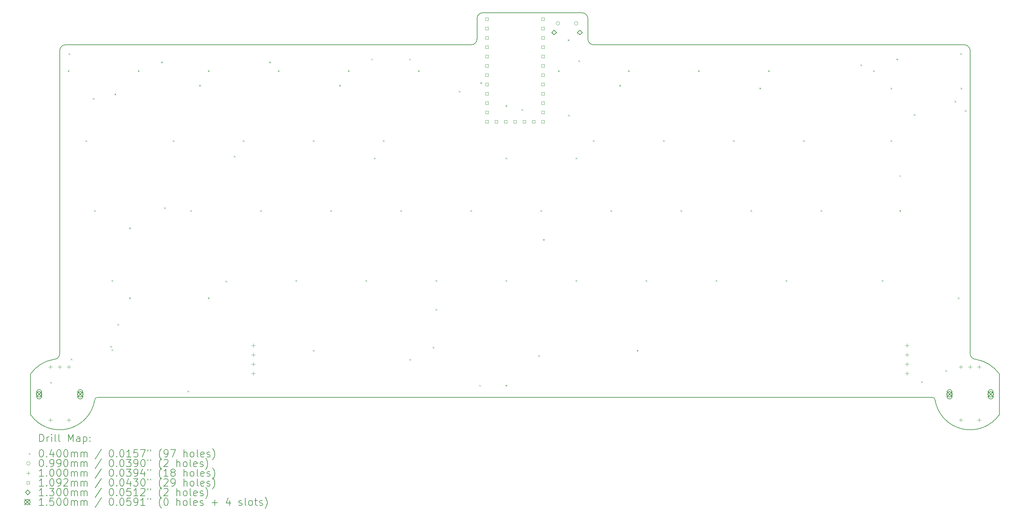
<source format=gbr>
%FSLAX45Y45*%
G04 Gerber Fmt 4.5, Leading zero omitted, Abs format (unit mm)*
G04 Created by KiCad (PCBNEW (6.0.1-0)) date 2022-06-20 16:47:59*
%MOMM*%
%LPD*%
G01*
G04 APERTURE LIST*
%TA.AperFunction,Profile*%
%ADD10C,0.200000*%
%TD*%
%ADD11C,0.200000*%
%ADD12C,0.040000*%
%ADD13C,0.099000*%
%ADD14C,0.100000*%
%ADD15C,0.109220*%
%ADD16C,0.130000*%
%ADD17C,0.150000*%
G04 APERTURE END LIST*
D10*
X13811250Y-3254375D02*
X13811250Y-3810000D01*
X26273125Y-13652500D02*
G75*
G03*
X28019375Y-14049375I954056J157661D01*
G01*
X26273125Y-13652500D02*
G75*
G03*
X26193750Y-13573125I-79375J0D01*
G01*
X16827500Y-3810000D02*
X16827500Y-3254375D01*
X3492500Y-13573125D02*
G75*
G03*
X3413125Y-13652500I0J-79375D01*
G01*
X28019375Y-12938125D02*
X28019375Y-14049375D01*
X27066875Y-3968750D02*
X16986250Y-3968750D01*
X1666875Y-14049375D02*
G75*
G03*
X3413125Y-13652500I791875J555937D01*
G01*
X1666875Y-12938125D02*
X1666875Y-14049375D01*
X27225625Y-12382500D02*
G75*
G03*
X27384375Y-12541250I158750J0D01*
G01*
X2301875Y-12541250D02*
G75*
G03*
X1666875Y-12938125I149930J-946326D01*
G01*
X13970000Y-3095625D02*
G75*
G03*
X13811250Y-3254375I0J-158750D01*
G01*
X2301875Y-12541250D02*
G75*
G03*
X2460625Y-12382500I0J158750D01*
G01*
X27225625Y-4127500D02*
X27225625Y-12382500D01*
X16827500Y-3254375D02*
G75*
G03*
X16668750Y-3095625I-158750J0D01*
G01*
X13652500Y-3968750D02*
G75*
G03*
X13811250Y-3810000I0J158750D01*
G01*
X26193750Y-13573125D02*
X3492500Y-13573125D01*
X13652500Y-3968750D02*
X2619375Y-3968750D01*
X2460625Y-4127500D02*
X2460625Y-12382500D01*
X2619375Y-3968750D02*
G75*
G03*
X2460625Y-4127500I0J-158750D01*
G01*
X16668750Y-3095625D02*
X13970000Y-3095625D01*
X28019375Y-12938125D02*
G75*
G03*
X27384375Y-12541250I-795555J-566451D01*
G01*
X27225625Y-4127500D02*
G75*
G03*
X27066875Y-3968750I-158750J0D01*
G01*
X16827500Y-3810000D02*
G75*
G03*
X16986250Y-3968750I158750J0D01*
G01*
D11*
D12*
X2202500Y-13156250D02*
X2242500Y-13196250D01*
X2242500Y-13156250D02*
X2202500Y-13196250D01*
X2678750Y-4663125D02*
X2718750Y-4703125D01*
X2718750Y-4663125D02*
X2678750Y-4703125D01*
X2697800Y-4196400D02*
X2737800Y-4236400D01*
X2737800Y-4196400D02*
X2697800Y-4236400D01*
X2758125Y-12521250D02*
X2798125Y-12561250D01*
X2798125Y-12521250D02*
X2758125Y-12561250D01*
X3155000Y-6568125D02*
X3195000Y-6608125D01*
X3195000Y-6568125D02*
X3155000Y-6608125D01*
X3358200Y-5415600D02*
X3398200Y-5455600D01*
X3398200Y-5415600D02*
X3358200Y-5455600D01*
X3393125Y-8473125D02*
X3433125Y-8513125D01*
X3433125Y-8473125D02*
X3393125Y-8513125D01*
X3831768Y-12173007D02*
X3871768Y-12213007D01*
X3871768Y-12173007D02*
X3831768Y-12213007D01*
X3869375Y-10378125D02*
X3909375Y-10418125D01*
X3909375Y-10378125D02*
X3869375Y-10418125D01*
X3870018Y-12265349D02*
X3910018Y-12305349D01*
X3910018Y-12265349D02*
X3870018Y-12305349D01*
X3948750Y-5298125D02*
X3988750Y-5338125D01*
X3988750Y-5298125D02*
X3948750Y-5338125D01*
X4028125Y-11568750D02*
X4068125Y-11608750D01*
X4068125Y-11568750D02*
X4028125Y-11608750D01*
X4345625Y-8949375D02*
X4385625Y-8989375D01*
X4385625Y-8949375D02*
X4345625Y-8989375D01*
X4345625Y-10854375D02*
X4385625Y-10894375D01*
X4385625Y-10854375D02*
X4345625Y-10894375D01*
X4583750Y-4663125D02*
X4623750Y-4703125D01*
X4623750Y-4663125D02*
X4583750Y-4703125D01*
X5218750Y-4425000D02*
X5258750Y-4465000D01*
X5258750Y-4425000D02*
X5218750Y-4465000D01*
X5298125Y-8393750D02*
X5338125Y-8433750D01*
X5338125Y-8393750D02*
X5298125Y-8433750D01*
X5536250Y-6568125D02*
X5576250Y-6608125D01*
X5576250Y-6568125D02*
X5536250Y-6608125D01*
X5933125Y-13394375D02*
X5973125Y-13434375D01*
X5973125Y-13394375D02*
X5933125Y-13434375D01*
X6012500Y-8473125D02*
X6052500Y-8513125D01*
X6052500Y-8473125D02*
X6012500Y-8513125D01*
X6250625Y-5060000D02*
X6290625Y-5100000D01*
X6290625Y-5060000D02*
X6250625Y-5100000D01*
X6488750Y-4663125D02*
X6528750Y-4703125D01*
X6528750Y-4663125D02*
X6488750Y-4703125D01*
X6488750Y-10854375D02*
X6528750Y-10894375D01*
X6528750Y-10854375D02*
X6488750Y-10894375D01*
X6965000Y-10394000D02*
X7005000Y-10434000D01*
X7005000Y-10394000D02*
X6965000Y-10434000D01*
X7193600Y-6990400D02*
X7233600Y-7030400D01*
X7233600Y-6990400D02*
X7193600Y-7030400D01*
X7441250Y-6568125D02*
X7481250Y-6608125D01*
X7481250Y-6568125D02*
X7441250Y-6608125D01*
X7917500Y-8473125D02*
X7957500Y-8513125D01*
X7957500Y-8473125D02*
X7917500Y-8513125D01*
X8155625Y-4425000D02*
X8195625Y-4465000D01*
X8195625Y-4425000D02*
X8155625Y-4465000D01*
X8393750Y-4663125D02*
X8433750Y-4703125D01*
X8433750Y-4663125D02*
X8393750Y-4703125D01*
X8870000Y-10378125D02*
X8910000Y-10418125D01*
X8910000Y-10378125D02*
X8870000Y-10418125D01*
X9346250Y-6568125D02*
X9386250Y-6608125D01*
X9386250Y-6568125D02*
X9346250Y-6608125D01*
X9346250Y-12283125D02*
X9386250Y-12323125D01*
X9386250Y-12283125D02*
X9346250Y-12323125D01*
X9822500Y-8473125D02*
X9862500Y-8513125D01*
X9862500Y-8473125D02*
X9822500Y-8513125D01*
X10060625Y-5060000D02*
X10100625Y-5100000D01*
X10100625Y-5060000D02*
X10060625Y-5100000D01*
X10298750Y-4663125D02*
X10338750Y-4703125D01*
X10338750Y-4663125D02*
X10298750Y-4703125D01*
X10775000Y-10378125D02*
X10815000Y-10418125D01*
X10815000Y-10378125D02*
X10775000Y-10418125D01*
X10933750Y-4345625D02*
X10973750Y-4385625D01*
X10973750Y-4345625D02*
X10933750Y-4385625D01*
X11003600Y-7041200D02*
X11043600Y-7081200D01*
X11043600Y-7041200D02*
X11003600Y-7081200D01*
X11251250Y-6568125D02*
X11291250Y-6608125D01*
X11291250Y-6568125D02*
X11251250Y-6608125D01*
X11727500Y-8473125D02*
X11767500Y-8513125D01*
X11767500Y-8473125D02*
X11727500Y-8513125D01*
X11965625Y-4345625D02*
X12005625Y-4385625D01*
X12005625Y-4345625D02*
X11965625Y-4385625D01*
X11968800Y-12527600D02*
X12008800Y-12567600D01*
X12008800Y-12527600D02*
X11968800Y-12567600D01*
X12203750Y-4663125D02*
X12243750Y-4703125D01*
X12243750Y-4663125D02*
X12203750Y-4703125D01*
X12604762Y-12198362D02*
X12644762Y-12238362D01*
X12644762Y-12198362D02*
X12604762Y-12238362D01*
X12679999Y-11163125D02*
X12719999Y-11203125D01*
X12719999Y-11163125D02*
X12679999Y-11203125D01*
X12680000Y-10378125D02*
X12720000Y-10418125D01*
X12720000Y-10378125D02*
X12680000Y-10418125D01*
X13315000Y-5218750D02*
X13355000Y-5258750D01*
X13355000Y-5218750D02*
X13315000Y-5258750D01*
X13632500Y-8473125D02*
X13672500Y-8513125D01*
X13672500Y-8473125D02*
X13632500Y-8513125D01*
X13870625Y-13235625D02*
X13910625Y-13275625D01*
X13910625Y-13235625D02*
X13870625Y-13275625D01*
X13900340Y-4988925D02*
X13940340Y-5028925D01*
X13940340Y-4988925D02*
X13900340Y-5028925D01*
X14585000Y-5615625D02*
X14625000Y-5655625D01*
X14625000Y-5615625D02*
X14585000Y-5655625D01*
X14585000Y-7044375D02*
X14625000Y-7084375D01*
X14625000Y-7044375D02*
X14585000Y-7084375D01*
X14585000Y-10378125D02*
X14625000Y-10418125D01*
X14625000Y-10378125D02*
X14585000Y-10418125D01*
X14585000Y-13235625D02*
X14625000Y-13275625D01*
X14625000Y-13235625D02*
X14585000Y-13275625D01*
X15016800Y-5720400D02*
X15056800Y-5760400D01*
X15056800Y-5720400D02*
X15016800Y-5760400D01*
X15474000Y-12426000D02*
X15514000Y-12466000D01*
X15514000Y-12426000D02*
X15474000Y-12466000D01*
X15537500Y-8473125D02*
X15577500Y-8513125D01*
X15577500Y-8473125D02*
X15537500Y-8513125D01*
X15608125Y-9258125D02*
X15648125Y-9298125D01*
X15648125Y-9258125D02*
X15608125Y-9298125D01*
X16013750Y-4663125D02*
X16053750Y-4703125D01*
X16053750Y-4663125D02*
X16013750Y-4703125D01*
X16280000Y-3820000D02*
X16320000Y-3860000D01*
X16320000Y-3820000D02*
X16280000Y-3860000D01*
X16286800Y-5872800D02*
X16326800Y-5912800D01*
X16326800Y-5872800D02*
X16286800Y-5912800D01*
X16490000Y-7044375D02*
X16530000Y-7084375D01*
X16530000Y-7044375D02*
X16490000Y-7084375D01*
X16490000Y-10378125D02*
X16530000Y-10418125D01*
X16530000Y-10378125D02*
X16490000Y-10418125D01*
X16570000Y-4390000D02*
X16610000Y-4430000D01*
X16610000Y-4390000D02*
X16570000Y-4430000D01*
X16966250Y-6568125D02*
X17006250Y-6608125D01*
X17006250Y-6568125D02*
X16966250Y-6608125D01*
X17442500Y-8473125D02*
X17482500Y-8513125D01*
X17482500Y-8473125D02*
X17442500Y-8513125D01*
X17680625Y-5060000D02*
X17720625Y-5100000D01*
X17720625Y-5060000D02*
X17680625Y-5100000D01*
X17918750Y-4663125D02*
X17958750Y-4703125D01*
X17958750Y-4663125D02*
X17918750Y-4703125D01*
X18156875Y-12283125D02*
X18196875Y-12323125D01*
X18196875Y-12283125D02*
X18156875Y-12323125D01*
X18395000Y-10378125D02*
X18435000Y-10418125D01*
X18435000Y-10378125D02*
X18395000Y-10418125D01*
X18871250Y-6568125D02*
X18911250Y-6608125D01*
X18911250Y-6568125D02*
X18871250Y-6608125D01*
X19347500Y-8473125D02*
X19387500Y-8513125D01*
X19387500Y-8473125D02*
X19347500Y-8513125D01*
X19823750Y-4663125D02*
X19863750Y-4703125D01*
X19863750Y-4663125D02*
X19823750Y-4703125D01*
X20300000Y-10378125D02*
X20340000Y-10418125D01*
X20340000Y-10378125D02*
X20300000Y-10418125D01*
X20776250Y-6568125D02*
X20816250Y-6608125D01*
X20816250Y-6568125D02*
X20776250Y-6608125D01*
X21252500Y-8473125D02*
X21292500Y-8513125D01*
X21292500Y-8473125D02*
X21252500Y-8513125D01*
X21490625Y-5139375D02*
X21530625Y-5179375D01*
X21530625Y-5139375D02*
X21490625Y-5179375D01*
X21728750Y-4663125D02*
X21768750Y-4703125D01*
X21768750Y-4663125D02*
X21728750Y-4703125D01*
X22205000Y-10378125D02*
X22245000Y-10418125D01*
X22245000Y-10378125D02*
X22205000Y-10418125D01*
X22681250Y-6568125D02*
X22721250Y-6608125D01*
X22721250Y-6568125D02*
X22681250Y-6608125D01*
X23157500Y-8473125D02*
X23197500Y-8513125D01*
X23197500Y-8473125D02*
X23157500Y-8513125D01*
X24237000Y-4501200D02*
X24277000Y-4541200D01*
X24277000Y-4501200D02*
X24237000Y-4541200D01*
X24586250Y-4663125D02*
X24626250Y-4703125D01*
X24626250Y-4663125D02*
X24586250Y-4703125D01*
X24824375Y-10378125D02*
X24864375Y-10418125D01*
X24864375Y-10378125D02*
X24824375Y-10418125D01*
X25062500Y-5139375D02*
X25102500Y-5179375D01*
X25102500Y-5139375D02*
X25062500Y-5179375D01*
X25062500Y-6568125D02*
X25102500Y-6608125D01*
X25102500Y-6568125D02*
X25062500Y-6608125D01*
X25221250Y-4345625D02*
X25261250Y-4385625D01*
X25261250Y-4345625D02*
X25221250Y-4385625D01*
X25300625Y-7520625D02*
X25340625Y-7560625D01*
X25340625Y-7520625D02*
X25300625Y-7560625D01*
X25300625Y-8473125D02*
X25340625Y-8513125D01*
X25340625Y-8473125D02*
X25300625Y-8513125D01*
X25697500Y-5853750D02*
X25737500Y-5893750D01*
X25737500Y-5853750D02*
X25697500Y-5893750D01*
X25888000Y-13137200D02*
X25928000Y-13177200D01*
X25928000Y-13137200D02*
X25888000Y-13177200D01*
X26548400Y-12832400D02*
X26588400Y-12872400D01*
X26588400Y-12832400D02*
X26548400Y-12872400D01*
X26802400Y-5491800D02*
X26842400Y-5531800D01*
X26842400Y-5491800D02*
X26802400Y-5531800D01*
X26888125Y-10854375D02*
X26928125Y-10894375D01*
X26928125Y-10854375D02*
X26888125Y-10894375D01*
X26954800Y-4196400D02*
X26994800Y-4236400D01*
X26994800Y-4196400D02*
X26954800Y-4236400D01*
X26967500Y-5139375D02*
X27007500Y-5179375D01*
X27007500Y-5139375D02*
X26967500Y-5179375D01*
X27081800Y-5745800D02*
X27121800Y-5785800D01*
X27121800Y-5745800D02*
X27081800Y-5785800D01*
D13*
X16059500Y-3384375D02*
G75*
G03*
X16059500Y-3384375I-49500J0D01*
G01*
X16559500Y-3384375D02*
G75*
G03*
X16559500Y-3384375I-49500J0D01*
G01*
D14*
X2210625Y-12693750D02*
X2210625Y-12793750D01*
X2160625Y-12743750D02*
X2260625Y-12743750D01*
X2210625Y-14143750D02*
X2210625Y-14243750D01*
X2160625Y-14193750D02*
X2260625Y-14193750D01*
X2460625Y-12693750D02*
X2460625Y-12793750D01*
X2410625Y-12743750D02*
X2510625Y-12743750D01*
X2710625Y-12693750D02*
X2710625Y-12793750D01*
X2660625Y-12743750D02*
X2760625Y-12743750D01*
X2710625Y-14143750D02*
X2710625Y-14243750D01*
X2660625Y-14193750D02*
X2760625Y-14193750D01*
X7728575Y-12110250D02*
X7728575Y-12210250D01*
X7678575Y-12160250D02*
X7778575Y-12160250D01*
X7728575Y-12364250D02*
X7728575Y-12464250D01*
X7678575Y-12414250D02*
X7778575Y-12414250D01*
X7728575Y-12618250D02*
X7728575Y-12718250D01*
X7678575Y-12668250D02*
X7778575Y-12668250D01*
X7728575Y-12872250D02*
X7728575Y-12972250D01*
X7678575Y-12922250D02*
X7778575Y-12922250D01*
X25508575Y-12110250D02*
X25508575Y-12210250D01*
X25458575Y-12160250D02*
X25558575Y-12160250D01*
X25508575Y-12364250D02*
X25508575Y-12464250D01*
X25458575Y-12414250D02*
X25558575Y-12414250D01*
X25508575Y-12618250D02*
X25508575Y-12718250D01*
X25458575Y-12668250D02*
X25558575Y-12668250D01*
X25508575Y-12872250D02*
X25508575Y-12972250D01*
X25458575Y-12922250D02*
X25558575Y-12922250D01*
X26975625Y-12693750D02*
X26975625Y-12793750D01*
X26925625Y-12743750D02*
X27025625Y-12743750D01*
X26975625Y-14143750D02*
X26975625Y-14243750D01*
X26925625Y-14193750D02*
X27025625Y-14193750D01*
X27225625Y-12693750D02*
X27225625Y-12793750D01*
X27175625Y-12743750D02*
X27275625Y-12743750D01*
X27475625Y-12693750D02*
X27475625Y-12793750D01*
X27425625Y-12743750D02*
X27525625Y-12743750D01*
X27475625Y-14143750D02*
X27475625Y-14243750D01*
X27425625Y-14193750D02*
X27525625Y-14193750D01*
D15*
X14119740Y-3308865D02*
X14119740Y-3231634D01*
X14042509Y-3231634D01*
X14042509Y-3308865D01*
X14119740Y-3308865D01*
X14119740Y-3562865D02*
X14119740Y-3485634D01*
X14042509Y-3485634D01*
X14042509Y-3562865D01*
X14119740Y-3562865D01*
X14119740Y-3816865D02*
X14119740Y-3739634D01*
X14042509Y-3739634D01*
X14042509Y-3816865D01*
X14119740Y-3816865D01*
X14119740Y-4070865D02*
X14119740Y-3993634D01*
X14042509Y-3993634D01*
X14042509Y-4070865D01*
X14119740Y-4070865D01*
X14119740Y-4324866D02*
X14119740Y-4247635D01*
X14042509Y-4247635D01*
X14042509Y-4324866D01*
X14119740Y-4324866D01*
X14119740Y-4578866D02*
X14119740Y-4501635D01*
X14042509Y-4501635D01*
X14042509Y-4578866D01*
X14119740Y-4578866D01*
X14119740Y-4832866D02*
X14119740Y-4755635D01*
X14042509Y-4755635D01*
X14042509Y-4832866D01*
X14119740Y-4832866D01*
X14119740Y-5086866D02*
X14119740Y-5009635D01*
X14042509Y-5009635D01*
X14042509Y-5086866D01*
X14119740Y-5086866D01*
X14119740Y-5340866D02*
X14119740Y-5263635D01*
X14042509Y-5263635D01*
X14042509Y-5340866D01*
X14119740Y-5340866D01*
X14119740Y-5594865D02*
X14119740Y-5517635D01*
X14042509Y-5517635D01*
X14042509Y-5594865D01*
X14119740Y-5594865D01*
X14119740Y-5848865D02*
X14119740Y-5771634D01*
X14042509Y-5771634D01*
X14042509Y-5848865D01*
X14119740Y-5848865D01*
X14119740Y-6102865D02*
X14119740Y-6025634D01*
X14042509Y-6025634D01*
X14042509Y-6102865D01*
X14119740Y-6102865D01*
X14373740Y-6102865D02*
X14373740Y-6025634D01*
X14296509Y-6025634D01*
X14296509Y-6102865D01*
X14373740Y-6102865D01*
X14627740Y-6102865D02*
X14627740Y-6025634D01*
X14550509Y-6025634D01*
X14550509Y-6102865D01*
X14627740Y-6102865D01*
X14881740Y-6102865D02*
X14881740Y-6025634D01*
X14804509Y-6025634D01*
X14804509Y-6102865D01*
X14881740Y-6102865D01*
X15135740Y-6102865D02*
X15135740Y-6025634D01*
X15058509Y-6025634D01*
X15058509Y-6102865D01*
X15135740Y-6102865D01*
X15389740Y-6102865D02*
X15389740Y-6025634D01*
X15312509Y-6025634D01*
X15312509Y-6102865D01*
X15389740Y-6102865D01*
X15643740Y-3308865D02*
X15643740Y-3231634D01*
X15566509Y-3231634D01*
X15566509Y-3308865D01*
X15643740Y-3308865D01*
X15643740Y-3562865D02*
X15643740Y-3485634D01*
X15566509Y-3485634D01*
X15566509Y-3562865D01*
X15643740Y-3562865D01*
X15643740Y-3816865D02*
X15643740Y-3739634D01*
X15566509Y-3739634D01*
X15566509Y-3816865D01*
X15643740Y-3816865D01*
X15643740Y-4070865D02*
X15643740Y-3993634D01*
X15566509Y-3993634D01*
X15566509Y-4070865D01*
X15643740Y-4070865D01*
X15643740Y-4324866D02*
X15643740Y-4247635D01*
X15566509Y-4247635D01*
X15566509Y-4324866D01*
X15643740Y-4324866D01*
X15643740Y-4578866D02*
X15643740Y-4501635D01*
X15566509Y-4501635D01*
X15566509Y-4578866D01*
X15643740Y-4578866D01*
X15643740Y-4832866D02*
X15643740Y-4755635D01*
X15566509Y-4755635D01*
X15566509Y-4832866D01*
X15643740Y-4832866D01*
X15643740Y-5086866D02*
X15643740Y-5009635D01*
X15566509Y-5009635D01*
X15566509Y-5086866D01*
X15643740Y-5086866D01*
X15643740Y-5340866D02*
X15643740Y-5263635D01*
X15566509Y-5263635D01*
X15566509Y-5340866D01*
X15643740Y-5340866D01*
X15643740Y-5594865D02*
X15643740Y-5517635D01*
X15566509Y-5517635D01*
X15566509Y-5594865D01*
X15643740Y-5594865D01*
X15643740Y-5848865D02*
X15643740Y-5771634D01*
X15566509Y-5771634D01*
X15566509Y-5848865D01*
X15643740Y-5848865D01*
X15643740Y-6102865D02*
X15643740Y-6025634D01*
X15566509Y-6025634D01*
X15566509Y-6102865D01*
X15643740Y-6102865D01*
D16*
X15909000Y-3698375D02*
X15974000Y-3633375D01*
X15909000Y-3568375D01*
X15844000Y-3633375D01*
X15909000Y-3698375D01*
X16610000Y-3698375D02*
X16675000Y-3633375D01*
X16610000Y-3568375D01*
X16545000Y-3633375D01*
X16610000Y-3698375D01*
D17*
X1825625Y-13418750D02*
X1975625Y-13568750D01*
X1975625Y-13418750D02*
X1825625Y-13568750D01*
X1975625Y-13493750D02*
G75*
G03*
X1975625Y-13493750I-75000J0D01*
G01*
D11*
X1835625Y-13428750D02*
X1835625Y-13558750D01*
X1965625Y-13428750D02*
X1965625Y-13558750D01*
X1835625Y-13558750D02*
G75*
G03*
X1965625Y-13558750I65000J0D01*
G01*
X1965625Y-13428750D02*
G75*
G03*
X1835625Y-13428750I-65000J0D01*
G01*
D17*
X2945625Y-13418750D02*
X3095625Y-13568750D01*
X3095625Y-13418750D02*
X2945625Y-13568750D01*
X3095625Y-13493750D02*
G75*
G03*
X3095625Y-13493750I-75000J0D01*
G01*
D11*
X2955625Y-13428750D02*
X2955625Y-13558750D01*
X3085625Y-13428750D02*
X3085625Y-13558750D01*
X2955625Y-13558750D02*
G75*
G03*
X3085625Y-13558750I65000J0D01*
G01*
X3085625Y-13428750D02*
G75*
G03*
X2955625Y-13428750I-65000J0D01*
G01*
D17*
X26590625Y-13418750D02*
X26740625Y-13568750D01*
X26740625Y-13418750D02*
X26590625Y-13568750D01*
X26740625Y-13493750D02*
G75*
G03*
X26740625Y-13493750I-75000J0D01*
G01*
D11*
X26600625Y-13428750D02*
X26600625Y-13558750D01*
X26730625Y-13428750D02*
X26730625Y-13558750D01*
X26600625Y-13558750D02*
G75*
G03*
X26730625Y-13558750I65000J0D01*
G01*
X26730625Y-13428750D02*
G75*
G03*
X26600625Y-13428750I-65000J0D01*
G01*
D17*
X27710625Y-13418750D02*
X27860625Y-13568750D01*
X27860625Y-13418750D02*
X27710625Y-13568750D01*
X27860625Y-13493750D02*
G75*
G03*
X27860625Y-13493750I-75000J0D01*
G01*
D11*
X27720625Y-13428750D02*
X27720625Y-13558750D01*
X27850625Y-13428750D02*
X27850625Y-13558750D01*
X27720625Y-13558750D02*
G75*
G03*
X27850625Y-13558750I65000J0D01*
G01*
X27850625Y-13428750D02*
G75*
G03*
X27720625Y-13428750I-65000J0D01*
G01*
X1914494Y-14782311D02*
X1914494Y-14582311D01*
X1962113Y-14582311D01*
X1990684Y-14591835D01*
X2009732Y-14610883D01*
X2019256Y-14629930D01*
X2028780Y-14668025D01*
X2028780Y-14696597D01*
X2019256Y-14734692D01*
X2009732Y-14753740D01*
X1990684Y-14772787D01*
X1962113Y-14782311D01*
X1914494Y-14782311D01*
X2114494Y-14782311D02*
X2114494Y-14648978D01*
X2114494Y-14687073D02*
X2124018Y-14668025D01*
X2133542Y-14658502D01*
X2152589Y-14648978D01*
X2171637Y-14648978D01*
X2238304Y-14782311D02*
X2238304Y-14648978D01*
X2238304Y-14582311D02*
X2228780Y-14591835D01*
X2238304Y-14601359D01*
X2247827Y-14591835D01*
X2238304Y-14582311D01*
X2238304Y-14601359D01*
X2362113Y-14782311D02*
X2343065Y-14772787D01*
X2333542Y-14753740D01*
X2333542Y-14582311D01*
X2466875Y-14782311D02*
X2447827Y-14772787D01*
X2438304Y-14753740D01*
X2438304Y-14582311D01*
X2695446Y-14782311D02*
X2695446Y-14582311D01*
X2762113Y-14725168D01*
X2828780Y-14582311D01*
X2828780Y-14782311D01*
X3009732Y-14782311D02*
X3009732Y-14677549D01*
X3000208Y-14658502D01*
X2981161Y-14648978D01*
X2943065Y-14648978D01*
X2924018Y-14658502D01*
X3009732Y-14772787D02*
X2990684Y-14782311D01*
X2943065Y-14782311D01*
X2924018Y-14772787D01*
X2914494Y-14753740D01*
X2914494Y-14734692D01*
X2924018Y-14715644D01*
X2943065Y-14706121D01*
X2990684Y-14706121D01*
X3009732Y-14696597D01*
X3104970Y-14648978D02*
X3104970Y-14848978D01*
X3104970Y-14658502D02*
X3124018Y-14648978D01*
X3162113Y-14648978D01*
X3181161Y-14658502D01*
X3190684Y-14668025D01*
X3200208Y-14687073D01*
X3200208Y-14744216D01*
X3190684Y-14763263D01*
X3181161Y-14772787D01*
X3162113Y-14782311D01*
X3124018Y-14782311D01*
X3104970Y-14772787D01*
X3285923Y-14763263D02*
X3295446Y-14772787D01*
X3285923Y-14782311D01*
X3276399Y-14772787D01*
X3285923Y-14763263D01*
X3285923Y-14782311D01*
X3285923Y-14658502D02*
X3295446Y-14668025D01*
X3285923Y-14677549D01*
X3276399Y-14668025D01*
X3285923Y-14658502D01*
X3285923Y-14677549D01*
D12*
X1616875Y-15091835D02*
X1656875Y-15131835D01*
X1656875Y-15091835D02*
X1616875Y-15131835D01*
D11*
X1952589Y-15002311D02*
X1971637Y-15002311D01*
X1990684Y-15011835D01*
X2000208Y-15021359D01*
X2009732Y-15040406D01*
X2019256Y-15078502D01*
X2019256Y-15126121D01*
X2009732Y-15164216D01*
X2000208Y-15183263D01*
X1990684Y-15192787D01*
X1971637Y-15202311D01*
X1952589Y-15202311D01*
X1933542Y-15192787D01*
X1924018Y-15183263D01*
X1914494Y-15164216D01*
X1904970Y-15126121D01*
X1904970Y-15078502D01*
X1914494Y-15040406D01*
X1924018Y-15021359D01*
X1933542Y-15011835D01*
X1952589Y-15002311D01*
X2104970Y-15183263D02*
X2114494Y-15192787D01*
X2104970Y-15202311D01*
X2095446Y-15192787D01*
X2104970Y-15183263D01*
X2104970Y-15202311D01*
X2285923Y-15068978D02*
X2285923Y-15202311D01*
X2238304Y-14992787D02*
X2190685Y-15135644D01*
X2314494Y-15135644D01*
X2428780Y-15002311D02*
X2447827Y-15002311D01*
X2466875Y-15011835D01*
X2476399Y-15021359D01*
X2485923Y-15040406D01*
X2495446Y-15078502D01*
X2495446Y-15126121D01*
X2485923Y-15164216D01*
X2476399Y-15183263D01*
X2466875Y-15192787D01*
X2447827Y-15202311D01*
X2428780Y-15202311D01*
X2409732Y-15192787D01*
X2400208Y-15183263D01*
X2390685Y-15164216D01*
X2381161Y-15126121D01*
X2381161Y-15078502D01*
X2390685Y-15040406D01*
X2400208Y-15021359D01*
X2409732Y-15011835D01*
X2428780Y-15002311D01*
X2619256Y-15002311D02*
X2638304Y-15002311D01*
X2657351Y-15011835D01*
X2666875Y-15021359D01*
X2676399Y-15040406D01*
X2685923Y-15078502D01*
X2685923Y-15126121D01*
X2676399Y-15164216D01*
X2666875Y-15183263D01*
X2657351Y-15192787D01*
X2638304Y-15202311D01*
X2619256Y-15202311D01*
X2600208Y-15192787D01*
X2590685Y-15183263D01*
X2581161Y-15164216D01*
X2571637Y-15126121D01*
X2571637Y-15078502D01*
X2581161Y-15040406D01*
X2590685Y-15021359D01*
X2600208Y-15011835D01*
X2619256Y-15002311D01*
X2771637Y-15202311D02*
X2771637Y-15068978D01*
X2771637Y-15088025D02*
X2781161Y-15078502D01*
X2800208Y-15068978D01*
X2828780Y-15068978D01*
X2847827Y-15078502D01*
X2857351Y-15097549D01*
X2857351Y-15202311D01*
X2857351Y-15097549D02*
X2866875Y-15078502D01*
X2885923Y-15068978D01*
X2914494Y-15068978D01*
X2933542Y-15078502D01*
X2943065Y-15097549D01*
X2943065Y-15202311D01*
X3038303Y-15202311D02*
X3038303Y-15068978D01*
X3038303Y-15088025D02*
X3047827Y-15078502D01*
X3066875Y-15068978D01*
X3095446Y-15068978D01*
X3114494Y-15078502D01*
X3124018Y-15097549D01*
X3124018Y-15202311D01*
X3124018Y-15097549D02*
X3133542Y-15078502D01*
X3152589Y-15068978D01*
X3181161Y-15068978D01*
X3200208Y-15078502D01*
X3209732Y-15097549D01*
X3209732Y-15202311D01*
X3600208Y-14992787D02*
X3428780Y-15249930D01*
X3857351Y-15002311D02*
X3876399Y-15002311D01*
X3895446Y-15011835D01*
X3904970Y-15021359D01*
X3914494Y-15040406D01*
X3924018Y-15078502D01*
X3924018Y-15126121D01*
X3914494Y-15164216D01*
X3904970Y-15183263D01*
X3895446Y-15192787D01*
X3876399Y-15202311D01*
X3857351Y-15202311D01*
X3838303Y-15192787D01*
X3828780Y-15183263D01*
X3819256Y-15164216D01*
X3809732Y-15126121D01*
X3809732Y-15078502D01*
X3819256Y-15040406D01*
X3828780Y-15021359D01*
X3838303Y-15011835D01*
X3857351Y-15002311D01*
X4009732Y-15183263D02*
X4019256Y-15192787D01*
X4009732Y-15202311D01*
X4000208Y-15192787D01*
X4009732Y-15183263D01*
X4009732Y-15202311D01*
X4143065Y-15002311D02*
X4162113Y-15002311D01*
X4181161Y-15011835D01*
X4190684Y-15021359D01*
X4200208Y-15040406D01*
X4209732Y-15078502D01*
X4209732Y-15126121D01*
X4200208Y-15164216D01*
X4190684Y-15183263D01*
X4181161Y-15192787D01*
X4162113Y-15202311D01*
X4143065Y-15202311D01*
X4124018Y-15192787D01*
X4114494Y-15183263D01*
X4104970Y-15164216D01*
X4095446Y-15126121D01*
X4095446Y-15078502D01*
X4104970Y-15040406D01*
X4114494Y-15021359D01*
X4124018Y-15011835D01*
X4143065Y-15002311D01*
X4400208Y-15202311D02*
X4285923Y-15202311D01*
X4343065Y-15202311D02*
X4343065Y-15002311D01*
X4324018Y-15030883D01*
X4304970Y-15049930D01*
X4285923Y-15059454D01*
X4581161Y-15002311D02*
X4485923Y-15002311D01*
X4476399Y-15097549D01*
X4485923Y-15088025D01*
X4504970Y-15078502D01*
X4552589Y-15078502D01*
X4571637Y-15088025D01*
X4581161Y-15097549D01*
X4590685Y-15116597D01*
X4590685Y-15164216D01*
X4581161Y-15183263D01*
X4571637Y-15192787D01*
X4552589Y-15202311D01*
X4504970Y-15202311D01*
X4485923Y-15192787D01*
X4476399Y-15183263D01*
X4657351Y-15002311D02*
X4790685Y-15002311D01*
X4704970Y-15202311D01*
X4857351Y-15002311D02*
X4857351Y-15040406D01*
X4933542Y-15002311D02*
X4933542Y-15040406D01*
X5228780Y-15278502D02*
X5219256Y-15268978D01*
X5200208Y-15240406D01*
X5190685Y-15221359D01*
X5181161Y-15192787D01*
X5171637Y-15145168D01*
X5171637Y-15107073D01*
X5181161Y-15059454D01*
X5190685Y-15030883D01*
X5200208Y-15011835D01*
X5219256Y-14983263D01*
X5228780Y-14973740D01*
X5314494Y-15202311D02*
X5352589Y-15202311D01*
X5371637Y-15192787D01*
X5381161Y-15183263D01*
X5400208Y-15154692D01*
X5409732Y-15116597D01*
X5409732Y-15040406D01*
X5400208Y-15021359D01*
X5390685Y-15011835D01*
X5371637Y-15002311D01*
X5333542Y-15002311D01*
X5314494Y-15011835D01*
X5304970Y-15021359D01*
X5295446Y-15040406D01*
X5295446Y-15088025D01*
X5304970Y-15107073D01*
X5314494Y-15116597D01*
X5333542Y-15126121D01*
X5371637Y-15126121D01*
X5390685Y-15116597D01*
X5400208Y-15107073D01*
X5409732Y-15088025D01*
X5476399Y-15002311D02*
X5609732Y-15002311D01*
X5524018Y-15202311D01*
X5838303Y-15202311D02*
X5838303Y-15002311D01*
X5924018Y-15202311D02*
X5924018Y-15097549D01*
X5914494Y-15078502D01*
X5895446Y-15068978D01*
X5866875Y-15068978D01*
X5847827Y-15078502D01*
X5838303Y-15088025D01*
X6047827Y-15202311D02*
X6028780Y-15192787D01*
X6019256Y-15183263D01*
X6009732Y-15164216D01*
X6009732Y-15107073D01*
X6019256Y-15088025D01*
X6028780Y-15078502D01*
X6047827Y-15068978D01*
X6076399Y-15068978D01*
X6095446Y-15078502D01*
X6104970Y-15088025D01*
X6114494Y-15107073D01*
X6114494Y-15164216D01*
X6104970Y-15183263D01*
X6095446Y-15192787D01*
X6076399Y-15202311D01*
X6047827Y-15202311D01*
X6228780Y-15202311D02*
X6209732Y-15192787D01*
X6200208Y-15173740D01*
X6200208Y-15002311D01*
X6381161Y-15192787D02*
X6362113Y-15202311D01*
X6324018Y-15202311D01*
X6304970Y-15192787D01*
X6295446Y-15173740D01*
X6295446Y-15097549D01*
X6304970Y-15078502D01*
X6324018Y-15068978D01*
X6362113Y-15068978D01*
X6381161Y-15078502D01*
X6390684Y-15097549D01*
X6390684Y-15116597D01*
X6295446Y-15135644D01*
X6466875Y-15192787D02*
X6485923Y-15202311D01*
X6524018Y-15202311D01*
X6543065Y-15192787D01*
X6552589Y-15173740D01*
X6552589Y-15164216D01*
X6543065Y-15145168D01*
X6524018Y-15135644D01*
X6495446Y-15135644D01*
X6476399Y-15126121D01*
X6466875Y-15107073D01*
X6466875Y-15097549D01*
X6476399Y-15078502D01*
X6495446Y-15068978D01*
X6524018Y-15068978D01*
X6543065Y-15078502D01*
X6619256Y-15278502D02*
X6628780Y-15268978D01*
X6647827Y-15240406D01*
X6657351Y-15221359D01*
X6666875Y-15192787D01*
X6676399Y-15145168D01*
X6676399Y-15107073D01*
X6666875Y-15059454D01*
X6657351Y-15030883D01*
X6647827Y-15011835D01*
X6628780Y-14983263D01*
X6619256Y-14973740D01*
D13*
X1656875Y-15375835D02*
G75*
G03*
X1656875Y-15375835I-49500J0D01*
G01*
D11*
X1952589Y-15266311D02*
X1971637Y-15266311D01*
X1990684Y-15275835D01*
X2000208Y-15285359D01*
X2009732Y-15304406D01*
X2019256Y-15342502D01*
X2019256Y-15390121D01*
X2009732Y-15428216D01*
X2000208Y-15447263D01*
X1990684Y-15456787D01*
X1971637Y-15466311D01*
X1952589Y-15466311D01*
X1933542Y-15456787D01*
X1924018Y-15447263D01*
X1914494Y-15428216D01*
X1904970Y-15390121D01*
X1904970Y-15342502D01*
X1914494Y-15304406D01*
X1924018Y-15285359D01*
X1933542Y-15275835D01*
X1952589Y-15266311D01*
X2104970Y-15447263D02*
X2114494Y-15456787D01*
X2104970Y-15466311D01*
X2095446Y-15456787D01*
X2104970Y-15447263D01*
X2104970Y-15466311D01*
X2209732Y-15466311D02*
X2247827Y-15466311D01*
X2266875Y-15456787D01*
X2276399Y-15447263D01*
X2295446Y-15418692D01*
X2304970Y-15380597D01*
X2304970Y-15304406D01*
X2295446Y-15285359D01*
X2285923Y-15275835D01*
X2266875Y-15266311D01*
X2228780Y-15266311D01*
X2209732Y-15275835D01*
X2200208Y-15285359D01*
X2190685Y-15304406D01*
X2190685Y-15352025D01*
X2200208Y-15371073D01*
X2209732Y-15380597D01*
X2228780Y-15390121D01*
X2266875Y-15390121D01*
X2285923Y-15380597D01*
X2295446Y-15371073D01*
X2304970Y-15352025D01*
X2400208Y-15466311D02*
X2438304Y-15466311D01*
X2457351Y-15456787D01*
X2466875Y-15447263D01*
X2485923Y-15418692D01*
X2495446Y-15380597D01*
X2495446Y-15304406D01*
X2485923Y-15285359D01*
X2476399Y-15275835D01*
X2457351Y-15266311D01*
X2419256Y-15266311D01*
X2400208Y-15275835D01*
X2390685Y-15285359D01*
X2381161Y-15304406D01*
X2381161Y-15352025D01*
X2390685Y-15371073D01*
X2400208Y-15380597D01*
X2419256Y-15390121D01*
X2457351Y-15390121D01*
X2476399Y-15380597D01*
X2485923Y-15371073D01*
X2495446Y-15352025D01*
X2619256Y-15266311D02*
X2638304Y-15266311D01*
X2657351Y-15275835D01*
X2666875Y-15285359D01*
X2676399Y-15304406D01*
X2685923Y-15342502D01*
X2685923Y-15390121D01*
X2676399Y-15428216D01*
X2666875Y-15447263D01*
X2657351Y-15456787D01*
X2638304Y-15466311D01*
X2619256Y-15466311D01*
X2600208Y-15456787D01*
X2590685Y-15447263D01*
X2581161Y-15428216D01*
X2571637Y-15390121D01*
X2571637Y-15342502D01*
X2581161Y-15304406D01*
X2590685Y-15285359D01*
X2600208Y-15275835D01*
X2619256Y-15266311D01*
X2771637Y-15466311D02*
X2771637Y-15332978D01*
X2771637Y-15352025D02*
X2781161Y-15342502D01*
X2800208Y-15332978D01*
X2828780Y-15332978D01*
X2847827Y-15342502D01*
X2857351Y-15361549D01*
X2857351Y-15466311D01*
X2857351Y-15361549D02*
X2866875Y-15342502D01*
X2885923Y-15332978D01*
X2914494Y-15332978D01*
X2933542Y-15342502D01*
X2943065Y-15361549D01*
X2943065Y-15466311D01*
X3038303Y-15466311D02*
X3038303Y-15332978D01*
X3038303Y-15352025D02*
X3047827Y-15342502D01*
X3066875Y-15332978D01*
X3095446Y-15332978D01*
X3114494Y-15342502D01*
X3124018Y-15361549D01*
X3124018Y-15466311D01*
X3124018Y-15361549D02*
X3133542Y-15342502D01*
X3152589Y-15332978D01*
X3181161Y-15332978D01*
X3200208Y-15342502D01*
X3209732Y-15361549D01*
X3209732Y-15466311D01*
X3600208Y-15256787D02*
X3428780Y-15513930D01*
X3857351Y-15266311D02*
X3876399Y-15266311D01*
X3895446Y-15275835D01*
X3904970Y-15285359D01*
X3914494Y-15304406D01*
X3924018Y-15342502D01*
X3924018Y-15390121D01*
X3914494Y-15428216D01*
X3904970Y-15447263D01*
X3895446Y-15456787D01*
X3876399Y-15466311D01*
X3857351Y-15466311D01*
X3838303Y-15456787D01*
X3828780Y-15447263D01*
X3819256Y-15428216D01*
X3809732Y-15390121D01*
X3809732Y-15342502D01*
X3819256Y-15304406D01*
X3828780Y-15285359D01*
X3838303Y-15275835D01*
X3857351Y-15266311D01*
X4009732Y-15447263D02*
X4019256Y-15456787D01*
X4009732Y-15466311D01*
X4000208Y-15456787D01*
X4009732Y-15447263D01*
X4009732Y-15466311D01*
X4143065Y-15266311D02*
X4162113Y-15266311D01*
X4181161Y-15275835D01*
X4190684Y-15285359D01*
X4200208Y-15304406D01*
X4209732Y-15342502D01*
X4209732Y-15390121D01*
X4200208Y-15428216D01*
X4190684Y-15447263D01*
X4181161Y-15456787D01*
X4162113Y-15466311D01*
X4143065Y-15466311D01*
X4124018Y-15456787D01*
X4114494Y-15447263D01*
X4104970Y-15428216D01*
X4095446Y-15390121D01*
X4095446Y-15342502D01*
X4104970Y-15304406D01*
X4114494Y-15285359D01*
X4124018Y-15275835D01*
X4143065Y-15266311D01*
X4276399Y-15266311D02*
X4400208Y-15266311D01*
X4333542Y-15342502D01*
X4362113Y-15342502D01*
X4381161Y-15352025D01*
X4390685Y-15361549D01*
X4400208Y-15380597D01*
X4400208Y-15428216D01*
X4390685Y-15447263D01*
X4381161Y-15456787D01*
X4362113Y-15466311D01*
X4304970Y-15466311D01*
X4285923Y-15456787D01*
X4276399Y-15447263D01*
X4495446Y-15466311D02*
X4533542Y-15466311D01*
X4552589Y-15456787D01*
X4562113Y-15447263D01*
X4581161Y-15418692D01*
X4590685Y-15380597D01*
X4590685Y-15304406D01*
X4581161Y-15285359D01*
X4571637Y-15275835D01*
X4552589Y-15266311D01*
X4514494Y-15266311D01*
X4495446Y-15275835D01*
X4485923Y-15285359D01*
X4476399Y-15304406D01*
X4476399Y-15352025D01*
X4485923Y-15371073D01*
X4495446Y-15380597D01*
X4514494Y-15390121D01*
X4552589Y-15390121D01*
X4571637Y-15380597D01*
X4581161Y-15371073D01*
X4590685Y-15352025D01*
X4714494Y-15266311D02*
X4733542Y-15266311D01*
X4752589Y-15275835D01*
X4762113Y-15285359D01*
X4771637Y-15304406D01*
X4781161Y-15342502D01*
X4781161Y-15390121D01*
X4771637Y-15428216D01*
X4762113Y-15447263D01*
X4752589Y-15456787D01*
X4733542Y-15466311D01*
X4714494Y-15466311D01*
X4695446Y-15456787D01*
X4685923Y-15447263D01*
X4676399Y-15428216D01*
X4666875Y-15390121D01*
X4666875Y-15342502D01*
X4676399Y-15304406D01*
X4685923Y-15285359D01*
X4695446Y-15275835D01*
X4714494Y-15266311D01*
X4857351Y-15266311D02*
X4857351Y-15304406D01*
X4933542Y-15266311D02*
X4933542Y-15304406D01*
X5228780Y-15542502D02*
X5219256Y-15532978D01*
X5200208Y-15504406D01*
X5190685Y-15485359D01*
X5181161Y-15456787D01*
X5171637Y-15409168D01*
X5171637Y-15371073D01*
X5181161Y-15323454D01*
X5190685Y-15294883D01*
X5200208Y-15275835D01*
X5219256Y-15247263D01*
X5228780Y-15237740D01*
X5295446Y-15285359D02*
X5304970Y-15275835D01*
X5324018Y-15266311D01*
X5371637Y-15266311D01*
X5390685Y-15275835D01*
X5400208Y-15285359D01*
X5409732Y-15304406D01*
X5409732Y-15323454D01*
X5400208Y-15352025D01*
X5285923Y-15466311D01*
X5409732Y-15466311D01*
X5647827Y-15466311D02*
X5647827Y-15266311D01*
X5733542Y-15466311D02*
X5733542Y-15361549D01*
X5724018Y-15342502D01*
X5704970Y-15332978D01*
X5676399Y-15332978D01*
X5657351Y-15342502D01*
X5647827Y-15352025D01*
X5857351Y-15466311D02*
X5838303Y-15456787D01*
X5828780Y-15447263D01*
X5819256Y-15428216D01*
X5819256Y-15371073D01*
X5828780Y-15352025D01*
X5838303Y-15342502D01*
X5857351Y-15332978D01*
X5885923Y-15332978D01*
X5904970Y-15342502D01*
X5914494Y-15352025D01*
X5924018Y-15371073D01*
X5924018Y-15428216D01*
X5914494Y-15447263D01*
X5904970Y-15456787D01*
X5885923Y-15466311D01*
X5857351Y-15466311D01*
X6038303Y-15466311D02*
X6019256Y-15456787D01*
X6009732Y-15437740D01*
X6009732Y-15266311D01*
X6190684Y-15456787D02*
X6171637Y-15466311D01*
X6133542Y-15466311D01*
X6114494Y-15456787D01*
X6104970Y-15437740D01*
X6104970Y-15361549D01*
X6114494Y-15342502D01*
X6133542Y-15332978D01*
X6171637Y-15332978D01*
X6190684Y-15342502D01*
X6200208Y-15361549D01*
X6200208Y-15380597D01*
X6104970Y-15399644D01*
X6276399Y-15456787D02*
X6295446Y-15466311D01*
X6333542Y-15466311D01*
X6352589Y-15456787D01*
X6362113Y-15437740D01*
X6362113Y-15428216D01*
X6352589Y-15409168D01*
X6333542Y-15399644D01*
X6304970Y-15399644D01*
X6285923Y-15390121D01*
X6276399Y-15371073D01*
X6276399Y-15361549D01*
X6285923Y-15342502D01*
X6304970Y-15332978D01*
X6333542Y-15332978D01*
X6352589Y-15342502D01*
X6428780Y-15542502D02*
X6438303Y-15532978D01*
X6457351Y-15504406D01*
X6466875Y-15485359D01*
X6476399Y-15456787D01*
X6485923Y-15409168D01*
X6485923Y-15371073D01*
X6476399Y-15323454D01*
X6466875Y-15294883D01*
X6457351Y-15275835D01*
X6438303Y-15247263D01*
X6428780Y-15237740D01*
D14*
X1606875Y-15589835D02*
X1606875Y-15689835D01*
X1556875Y-15639835D02*
X1656875Y-15639835D01*
D11*
X2019256Y-15730311D02*
X1904970Y-15730311D01*
X1962113Y-15730311D02*
X1962113Y-15530311D01*
X1943065Y-15558883D01*
X1924018Y-15577930D01*
X1904970Y-15587454D01*
X2104970Y-15711263D02*
X2114494Y-15720787D01*
X2104970Y-15730311D01*
X2095446Y-15720787D01*
X2104970Y-15711263D01*
X2104970Y-15730311D01*
X2238304Y-15530311D02*
X2257351Y-15530311D01*
X2276399Y-15539835D01*
X2285923Y-15549359D01*
X2295446Y-15568406D01*
X2304970Y-15606502D01*
X2304970Y-15654121D01*
X2295446Y-15692216D01*
X2285923Y-15711263D01*
X2276399Y-15720787D01*
X2257351Y-15730311D01*
X2238304Y-15730311D01*
X2219256Y-15720787D01*
X2209732Y-15711263D01*
X2200208Y-15692216D01*
X2190685Y-15654121D01*
X2190685Y-15606502D01*
X2200208Y-15568406D01*
X2209732Y-15549359D01*
X2219256Y-15539835D01*
X2238304Y-15530311D01*
X2428780Y-15530311D02*
X2447827Y-15530311D01*
X2466875Y-15539835D01*
X2476399Y-15549359D01*
X2485923Y-15568406D01*
X2495446Y-15606502D01*
X2495446Y-15654121D01*
X2485923Y-15692216D01*
X2476399Y-15711263D01*
X2466875Y-15720787D01*
X2447827Y-15730311D01*
X2428780Y-15730311D01*
X2409732Y-15720787D01*
X2400208Y-15711263D01*
X2390685Y-15692216D01*
X2381161Y-15654121D01*
X2381161Y-15606502D01*
X2390685Y-15568406D01*
X2400208Y-15549359D01*
X2409732Y-15539835D01*
X2428780Y-15530311D01*
X2619256Y-15530311D02*
X2638304Y-15530311D01*
X2657351Y-15539835D01*
X2666875Y-15549359D01*
X2676399Y-15568406D01*
X2685923Y-15606502D01*
X2685923Y-15654121D01*
X2676399Y-15692216D01*
X2666875Y-15711263D01*
X2657351Y-15720787D01*
X2638304Y-15730311D01*
X2619256Y-15730311D01*
X2600208Y-15720787D01*
X2590685Y-15711263D01*
X2581161Y-15692216D01*
X2571637Y-15654121D01*
X2571637Y-15606502D01*
X2581161Y-15568406D01*
X2590685Y-15549359D01*
X2600208Y-15539835D01*
X2619256Y-15530311D01*
X2771637Y-15730311D02*
X2771637Y-15596978D01*
X2771637Y-15616025D02*
X2781161Y-15606502D01*
X2800208Y-15596978D01*
X2828780Y-15596978D01*
X2847827Y-15606502D01*
X2857351Y-15625549D01*
X2857351Y-15730311D01*
X2857351Y-15625549D02*
X2866875Y-15606502D01*
X2885923Y-15596978D01*
X2914494Y-15596978D01*
X2933542Y-15606502D01*
X2943065Y-15625549D01*
X2943065Y-15730311D01*
X3038303Y-15730311D02*
X3038303Y-15596978D01*
X3038303Y-15616025D02*
X3047827Y-15606502D01*
X3066875Y-15596978D01*
X3095446Y-15596978D01*
X3114494Y-15606502D01*
X3124018Y-15625549D01*
X3124018Y-15730311D01*
X3124018Y-15625549D02*
X3133542Y-15606502D01*
X3152589Y-15596978D01*
X3181161Y-15596978D01*
X3200208Y-15606502D01*
X3209732Y-15625549D01*
X3209732Y-15730311D01*
X3600208Y-15520787D02*
X3428780Y-15777930D01*
X3857351Y-15530311D02*
X3876399Y-15530311D01*
X3895446Y-15539835D01*
X3904970Y-15549359D01*
X3914494Y-15568406D01*
X3924018Y-15606502D01*
X3924018Y-15654121D01*
X3914494Y-15692216D01*
X3904970Y-15711263D01*
X3895446Y-15720787D01*
X3876399Y-15730311D01*
X3857351Y-15730311D01*
X3838303Y-15720787D01*
X3828780Y-15711263D01*
X3819256Y-15692216D01*
X3809732Y-15654121D01*
X3809732Y-15606502D01*
X3819256Y-15568406D01*
X3828780Y-15549359D01*
X3838303Y-15539835D01*
X3857351Y-15530311D01*
X4009732Y-15711263D02*
X4019256Y-15720787D01*
X4009732Y-15730311D01*
X4000208Y-15720787D01*
X4009732Y-15711263D01*
X4009732Y-15730311D01*
X4143065Y-15530311D02*
X4162113Y-15530311D01*
X4181161Y-15539835D01*
X4190684Y-15549359D01*
X4200208Y-15568406D01*
X4209732Y-15606502D01*
X4209732Y-15654121D01*
X4200208Y-15692216D01*
X4190684Y-15711263D01*
X4181161Y-15720787D01*
X4162113Y-15730311D01*
X4143065Y-15730311D01*
X4124018Y-15720787D01*
X4114494Y-15711263D01*
X4104970Y-15692216D01*
X4095446Y-15654121D01*
X4095446Y-15606502D01*
X4104970Y-15568406D01*
X4114494Y-15549359D01*
X4124018Y-15539835D01*
X4143065Y-15530311D01*
X4276399Y-15530311D02*
X4400208Y-15530311D01*
X4333542Y-15606502D01*
X4362113Y-15606502D01*
X4381161Y-15616025D01*
X4390685Y-15625549D01*
X4400208Y-15644597D01*
X4400208Y-15692216D01*
X4390685Y-15711263D01*
X4381161Y-15720787D01*
X4362113Y-15730311D01*
X4304970Y-15730311D01*
X4285923Y-15720787D01*
X4276399Y-15711263D01*
X4495446Y-15730311D02*
X4533542Y-15730311D01*
X4552589Y-15720787D01*
X4562113Y-15711263D01*
X4581161Y-15682692D01*
X4590685Y-15644597D01*
X4590685Y-15568406D01*
X4581161Y-15549359D01*
X4571637Y-15539835D01*
X4552589Y-15530311D01*
X4514494Y-15530311D01*
X4495446Y-15539835D01*
X4485923Y-15549359D01*
X4476399Y-15568406D01*
X4476399Y-15616025D01*
X4485923Y-15635073D01*
X4495446Y-15644597D01*
X4514494Y-15654121D01*
X4552589Y-15654121D01*
X4571637Y-15644597D01*
X4581161Y-15635073D01*
X4590685Y-15616025D01*
X4762113Y-15596978D02*
X4762113Y-15730311D01*
X4714494Y-15520787D02*
X4666875Y-15663644D01*
X4790685Y-15663644D01*
X4857351Y-15530311D02*
X4857351Y-15568406D01*
X4933542Y-15530311D02*
X4933542Y-15568406D01*
X5228780Y-15806502D02*
X5219256Y-15796978D01*
X5200208Y-15768406D01*
X5190685Y-15749359D01*
X5181161Y-15720787D01*
X5171637Y-15673168D01*
X5171637Y-15635073D01*
X5181161Y-15587454D01*
X5190685Y-15558883D01*
X5200208Y-15539835D01*
X5219256Y-15511263D01*
X5228780Y-15501740D01*
X5409732Y-15730311D02*
X5295446Y-15730311D01*
X5352589Y-15730311D02*
X5352589Y-15530311D01*
X5333542Y-15558883D01*
X5314494Y-15577930D01*
X5295446Y-15587454D01*
X5524018Y-15616025D02*
X5504970Y-15606502D01*
X5495446Y-15596978D01*
X5485923Y-15577930D01*
X5485923Y-15568406D01*
X5495446Y-15549359D01*
X5504970Y-15539835D01*
X5524018Y-15530311D01*
X5562113Y-15530311D01*
X5581161Y-15539835D01*
X5590685Y-15549359D01*
X5600208Y-15568406D01*
X5600208Y-15577930D01*
X5590685Y-15596978D01*
X5581161Y-15606502D01*
X5562113Y-15616025D01*
X5524018Y-15616025D01*
X5504970Y-15625549D01*
X5495446Y-15635073D01*
X5485923Y-15654121D01*
X5485923Y-15692216D01*
X5495446Y-15711263D01*
X5504970Y-15720787D01*
X5524018Y-15730311D01*
X5562113Y-15730311D01*
X5581161Y-15720787D01*
X5590685Y-15711263D01*
X5600208Y-15692216D01*
X5600208Y-15654121D01*
X5590685Y-15635073D01*
X5581161Y-15625549D01*
X5562113Y-15616025D01*
X5838303Y-15730311D02*
X5838303Y-15530311D01*
X5924018Y-15730311D02*
X5924018Y-15625549D01*
X5914494Y-15606502D01*
X5895446Y-15596978D01*
X5866875Y-15596978D01*
X5847827Y-15606502D01*
X5838303Y-15616025D01*
X6047827Y-15730311D02*
X6028780Y-15720787D01*
X6019256Y-15711263D01*
X6009732Y-15692216D01*
X6009732Y-15635073D01*
X6019256Y-15616025D01*
X6028780Y-15606502D01*
X6047827Y-15596978D01*
X6076399Y-15596978D01*
X6095446Y-15606502D01*
X6104970Y-15616025D01*
X6114494Y-15635073D01*
X6114494Y-15692216D01*
X6104970Y-15711263D01*
X6095446Y-15720787D01*
X6076399Y-15730311D01*
X6047827Y-15730311D01*
X6228780Y-15730311D02*
X6209732Y-15720787D01*
X6200208Y-15701740D01*
X6200208Y-15530311D01*
X6381161Y-15720787D02*
X6362113Y-15730311D01*
X6324018Y-15730311D01*
X6304970Y-15720787D01*
X6295446Y-15701740D01*
X6295446Y-15625549D01*
X6304970Y-15606502D01*
X6324018Y-15596978D01*
X6362113Y-15596978D01*
X6381161Y-15606502D01*
X6390684Y-15625549D01*
X6390684Y-15644597D01*
X6295446Y-15663644D01*
X6466875Y-15720787D02*
X6485923Y-15730311D01*
X6524018Y-15730311D01*
X6543065Y-15720787D01*
X6552589Y-15701740D01*
X6552589Y-15692216D01*
X6543065Y-15673168D01*
X6524018Y-15663644D01*
X6495446Y-15663644D01*
X6476399Y-15654121D01*
X6466875Y-15635073D01*
X6466875Y-15625549D01*
X6476399Y-15606502D01*
X6495446Y-15596978D01*
X6524018Y-15596978D01*
X6543065Y-15606502D01*
X6619256Y-15806502D02*
X6628780Y-15796978D01*
X6647827Y-15768406D01*
X6657351Y-15749359D01*
X6666875Y-15720787D01*
X6676399Y-15673168D01*
X6676399Y-15635073D01*
X6666875Y-15587454D01*
X6657351Y-15558883D01*
X6647827Y-15539835D01*
X6628780Y-15511263D01*
X6619256Y-15501740D01*
D15*
X1640880Y-15942450D02*
X1640880Y-15865219D01*
X1563649Y-15865219D01*
X1563649Y-15942450D01*
X1640880Y-15942450D01*
D11*
X2019256Y-15994311D02*
X1904970Y-15994311D01*
X1962113Y-15994311D02*
X1962113Y-15794311D01*
X1943065Y-15822883D01*
X1924018Y-15841930D01*
X1904970Y-15851454D01*
X2104970Y-15975263D02*
X2114494Y-15984787D01*
X2104970Y-15994311D01*
X2095446Y-15984787D01*
X2104970Y-15975263D01*
X2104970Y-15994311D01*
X2238304Y-15794311D02*
X2257351Y-15794311D01*
X2276399Y-15803835D01*
X2285923Y-15813359D01*
X2295446Y-15832406D01*
X2304970Y-15870502D01*
X2304970Y-15918121D01*
X2295446Y-15956216D01*
X2285923Y-15975263D01*
X2276399Y-15984787D01*
X2257351Y-15994311D01*
X2238304Y-15994311D01*
X2219256Y-15984787D01*
X2209732Y-15975263D01*
X2200208Y-15956216D01*
X2190685Y-15918121D01*
X2190685Y-15870502D01*
X2200208Y-15832406D01*
X2209732Y-15813359D01*
X2219256Y-15803835D01*
X2238304Y-15794311D01*
X2400208Y-15994311D02*
X2438304Y-15994311D01*
X2457351Y-15984787D01*
X2466875Y-15975263D01*
X2485923Y-15946692D01*
X2495446Y-15908597D01*
X2495446Y-15832406D01*
X2485923Y-15813359D01*
X2476399Y-15803835D01*
X2457351Y-15794311D01*
X2419256Y-15794311D01*
X2400208Y-15803835D01*
X2390685Y-15813359D01*
X2381161Y-15832406D01*
X2381161Y-15880025D01*
X2390685Y-15899073D01*
X2400208Y-15908597D01*
X2419256Y-15918121D01*
X2457351Y-15918121D01*
X2476399Y-15908597D01*
X2485923Y-15899073D01*
X2495446Y-15880025D01*
X2571637Y-15813359D02*
X2581161Y-15803835D01*
X2600208Y-15794311D01*
X2647827Y-15794311D01*
X2666875Y-15803835D01*
X2676399Y-15813359D01*
X2685923Y-15832406D01*
X2685923Y-15851454D01*
X2676399Y-15880025D01*
X2562113Y-15994311D01*
X2685923Y-15994311D01*
X2771637Y-15994311D02*
X2771637Y-15860978D01*
X2771637Y-15880025D02*
X2781161Y-15870502D01*
X2800208Y-15860978D01*
X2828780Y-15860978D01*
X2847827Y-15870502D01*
X2857351Y-15889549D01*
X2857351Y-15994311D01*
X2857351Y-15889549D02*
X2866875Y-15870502D01*
X2885923Y-15860978D01*
X2914494Y-15860978D01*
X2933542Y-15870502D01*
X2943065Y-15889549D01*
X2943065Y-15994311D01*
X3038303Y-15994311D02*
X3038303Y-15860978D01*
X3038303Y-15880025D02*
X3047827Y-15870502D01*
X3066875Y-15860978D01*
X3095446Y-15860978D01*
X3114494Y-15870502D01*
X3124018Y-15889549D01*
X3124018Y-15994311D01*
X3124018Y-15889549D02*
X3133542Y-15870502D01*
X3152589Y-15860978D01*
X3181161Y-15860978D01*
X3200208Y-15870502D01*
X3209732Y-15889549D01*
X3209732Y-15994311D01*
X3600208Y-15784787D02*
X3428780Y-16041930D01*
X3857351Y-15794311D02*
X3876399Y-15794311D01*
X3895446Y-15803835D01*
X3904970Y-15813359D01*
X3914494Y-15832406D01*
X3924018Y-15870502D01*
X3924018Y-15918121D01*
X3914494Y-15956216D01*
X3904970Y-15975263D01*
X3895446Y-15984787D01*
X3876399Y-15994311D01*
X3857351Y-15994311D01*
X3838303Y-15984787D01*
X3828780Y-15975263D01*
X3819256Y-15956216D01*
X3809732Y-15918121D01*
X3809732Y-15870502D01*
X3819256Y-15832406D01*
X3828780Y-15813359D01*
X3838303Y-15803835D01*
X3857351Y-15794311D01*
X4009732Y-15975263D02*
X4019256Y-15984787D01*
X4009732Y-15994311D01*
X4000208Y-15984787D01*
X4009732Y-15975263D01*
X4009732Y-15994311D01*
X4143065Y-15794311D02*
X4162113Y-15794311D01*
X4181161Y-15803835D01*
X4190684Y-15813359D01*
X4200208Y-15832406D01*
X4209732Y-15870502D01*
X4209732Y-15918121D01*
X4200208Y-15956216D01*
X4190684Y-15975263D01*
X4181161Y-15984787D01*
X4162113Y-15994311D01*
X4143065Y-15994311D01*
X4124018Y-15984787D01*
X4114494Y-15975263D01*
X4104970Y-15956216D01*
X4095446Y-15918121D01*
X4095446Y-15870502D01*
X4104970Y-15832406D01*
X4114494Y-15813359D01*
X4124018Y-15803835D01*
X4143065Y-15794311D01*
X4381161Y-15860978D02*
X4381161Y-15994311D01*
X4333542Y-15784787D02*
X4285923Y-15927644D01*
X4409732Y-15927644D01*
X4466875Y-15794311D02*
X4590685Y-15794311D01*
X4524018Y-15870502D01*
X4552589Y-15870502D01*
X4571637Y-15880025D01*
X4581161Y-15889549D01*
X4590685Y-15908597D01*
X4590685Y-15956216D01*
X4581161Y-15975263D01*
X4571637Y-15984787D01*
X4552589Y-15994311D01*
X4495446Y-15994311D01*
X4476399Y-15984787D01*
X4466875Y-15975263D01*
X4714494Y-15794311D02*
X4733542Y-15794311D01*
X4752589Y-15803835D01*
X4762113Y-15813359D01*
X4771637Y-15832406D01*
X4781161Y-15870502D01*
X4781161Y-15918121D01*
X4771637Y-15956216D01*
X4762113Y-15975263D01*
X4752589Y-15984787D01*
X4733542Y-15994311D01*
X4714494Y-15994311D01*
X4695446Y-15984787D01*
X4685923Y-15975263D01*
X4676399Y-15956216D01*
X4666875Y-15918121D01*
X4666875Y-15870502D01*
X4676399Y-15832406D01*
X4685923Y-15813359D01*
X4695446Y-15803835D01*
X4714494Y-15794311D01*
X4857351Y-15794311D02*
X4857351Y-15832406D01*
X4933542Y-15794311D02*
X4933542Y-15832406D01*
X5228780Y-16070502D02*
X5219256Y-16060978D01*
X5200208Y-16032406D01*
X5190685Y-16013359D01*
X5181161Y-15984787D01*
X5171637Y-15937168D01*
X5171637Y-15899073D01*
X5181161Y-15851454D01*
X5190685Y-15822883D01*
X5200208Y-15803835D01*
X5219256Y-15775263D01*
X5228780Y-15765740D01*
X5295446Y-15813359D02*
X5304970Y-15803835D01*
X5324018Y-15794311D01*
X5371637Y-15794311D01*
X5390685Y-15803835D01*
X5400208Y-15813359D01*
X5409732Y-15832406D01*
X5409732Y-15851454D01*
X5400208Y-15880025D01*
X5285923Y-15994311D01*
X5409732Y-15994311D01*
X5504970Y-15994311D02*
X5543065Y-15994311D01*
X5562113Y-15984787D01*
X5571637Y-15975263D01*
X5590685Y-15946692D01*
X5600208Y-15908597D01*
X5600208Y-15832406D01*
X5590685Y-15813359D01*
X5581161Y-15803835D01*
X5562113Y-15794311D01*
X5524018Y-15794311D01*
X5504970Y-15803835D01*
X5495446Y-15813359D01*
X5485923Y-15832406D01*
X5485923Y-15880025D01*
X5495446Y-15899073D01*
X5504970Y-15908597D01*
X5524018Y-15918121D01*
X5562113Y-15918121D01*
X5581161Y-15908597D01*
X5590685Y-15899073D01*
X5600208Y-15880025D01*
X5838303Y-15994311D02*
X5838303Y-15794311D01*
X5924018Y-15994311D02*
X5924018Y-15889549D01*
X5914494Y-15870502D01*
X5895446Y-15860978D01*
X5866875Y-15860978D01*
X5847827Y-15870502D01*
X5838303Y-15880025D01*
X6047827Y-15994311D02*
X6028780Y-15984787D01*
X6019256Y-15975263D01*
X6009732Y-15956216D01*
X6009732Y-15899073D01*
X6019256Y-15880025D01*
X6028780Y-15870502D01*
X6047827Y-15860978D01*
X6076399Y-15860978D01*
X6095446Y-15870502D01*
X6104970Y-15880025D01*
X6114494Y-15899073D01*
X6114494Y-15956216D01*
X6104970Y-15975263D01*
X6095446Y-15984787D01*
X6076399Y-15994311D01*
X6047827Y-15994311D01*
X6228780Y-15994311D02*
X6209732Y-15984787D01*
X6200208Y-15965740D01*
X6200208Y-15794311D01*
X6381161Y-15984787D02*
X6362113Y-15994311D01*
X6324018Y-15994311D01*
X6304970Y-15984787D01*
X6295446Y-15965740D01*
X6295446Y-15889549D01*
X6304970Y-15870502D01*
X6324018Y-15860978D01*
X6362113Y-15860978D01*
X6381161Y-15870502D01*
X6390684Y-15889549D01*
X6390684Y-15908597D01*
X6295446Y-15927644D01*
X6466875Y-15984787D02*
X6485923Y-15994311D01*
X6524018Y-15994311D01*
X6543065Y-15984787D01*
X6552589Y-15965740D01*
X6552589Y-15956216D01*
X6543065Y-15937168D01*
X6524018Y-15927644D01*
X6495446Y-15927644D01*
X6476399Y-15918121D01*
X6466875Y-15899073D01*
X6466875Y-15889549D01*
X6476399Y-15870502D01*
X6495446Y-15860978D01*
X6524018Y-15860978D01*
X6543065Y-15870502D01*
X6619256Y-16070502D02*
X6628780Y-16060978D01*
X6647827Y-16032406D01*
X6657351Y-16013359D01*
X6666875Y-15984787D01*
X6676399Y-15937168D01*
X6676399Y-15899073D01*
X6666875Y-15851454D01*
X6657351Y-15822883D01*
X6647827Y-15803835D01*
X6628780Y-15775263D01*
X6619256Y-15765740D01*
D16*
X1591875Y-16232835D02*
X1656875Y-16167835D01*
X1591875Y-16102835D01*
X1526875Y-16167835D01*
X1591875Y-16232835D01*
D11*
X2019256Y-16258311D02*
X1904970Y-16258311D01*
X1962113Y-16258311D02*
X1962113Y-16058311D01*
X1943065Y-16086883D01*
X1924018Y-16105930D01*
X1904970Y-16115454D01*
X2104970Y-16239263D02*
X2114494Y-16248787D01*
X2104970Y-16258311D01*
X2095446Y-16248787D01*
X2104970Y-16239263D01*
X2104970Y-16258311D01*
X2181161Y-16058311D02*
X2304970Y-16058311D01*
X2238304Y-16134502D01*
X2266875Y-16134502D01*
X2285923Y-16144025D01*
X2295446Y-16153549D01*
X2304970Y-16172597D01*
X2304970Y-16220216D01*
X2295446Y-16239263D01*
X2285923Y-16248787D01*
X2266875Y-16258311D01*
X2209732Y-16258311D01*
X2190685Y-16248787D01*
X2181161Y-16239263D01*
X2428780Y-16058311D02*
X2447827Y-16058311D01*
X2466875Y-16067835D01*
X2476399Y-16077359D01*
X2485923Y-16096406D01*
X2495446Y-16134502D01*
X2495446Y-16182121D01*
X2485923Y-16220216D01*
X2476399Y-16239263D01*
X2466875Y-16248787D01*
X2447827Y-16258311D01*
X2428780Y-16258311D01*
X2409732Y-16248787D01*
X2400208Y-16239263D01*
X2390685Y-16220216D01*
X2381161Y-16182121D01*
X2381161Y-16134502D01*
X2390685Y-16096406D01*
X2400208Y-16077359D01*
X2409732Y-16067835D01*
X2428780Y-16058311D01*
X2619256Y-16058311D02*
X2638304Y-16058311D01*
X2657351Y-16067835D01*
X2666875Y-16077359D01*
X2676399Y-16096406D01*
X2685923Y-16134502D01*
X2685923Y-16182121D01*
X2676399Y-16220216D01*
X2666875Y-16239263D01*
X2657351Y-16248787D01*
X2638304Y-16258311D01*
X2619256Y-16258311D01*
X2600208Y-16248787D01*
X2590685Y-16239263D01*
X2581161Y-16220216D01*
X2571637Y-16182121D01*
X2571637Y-16134502D01*
X2581161Y-16096406D01*
X2590685Y-16077359D01*
X2600208Y-16067835D01*
X2619256Y-16058311D01*
X2771637Y-16258311D02*
X2771637Y-16124978D01*
X2771637Y-16144025D02*
X2781161Y-16134502D01*
X2800208Y-16124978D01*
X2828780Y-16124978D01*
X2847827Y-16134502D01*
X2857351Y-16153549D01*
X2857351Y-16258311D01*
X2857351Y-16153549D02*
X2866875Y-16134502D01*
X2885923Y-16124978D01*
X2914494Y-16124978D01*
X2933542Y-16134502D01*
X2943065Y-16153549D01*
X2943065Y-16258311D01*
X3038303Y-16258311D02*
X3038303Y-16124978D01*
X3038303Y-16144025D02*
X3047827Y-16134502D01*
X3066875Y-16124978D01*
X3095446Y-16124978D01*
X3114494Y-16134502D01*
X3124018Y-16153549D01*
X3124018Y-16258311D01*
X3124018Y-16153549D02*
X3133542Y-16134502D01*
X3152589Y-16124978D01*
X3181161Y-16124978D01*
X3200208Y-16134502D01*
X3209732Y-16153549D01*
X3209732Y-16258311D01*
X3600208Y-16048787D02*
X3428780Y-16305930D01*
X3857351Y-16058311D02*
X3876399Y-16058311D01*
X3895446Y-16067835D01*
X3904970Y-16077359D01*
X3914494Y-16096406D01*
X3924018Y-16134502D01*
X3924018Y-16182121D01*
X3914494Y-16220216D01*
X3904970Y-16239263D01*
X3895446Y-16248787D01*
X3876399Y-16258311D01*
X3857351Y-16258311D01*
X3838303Y-16248787D01*
X3828780Y-16239263D01*
X3819256Y-16220216D01*
X3809732Y-16182121D01*
X3809732Y-16134502D01*
X3819256Y-16096406D01*
X3828780Y-16077359D01*
X3838303Y-16067835D01*
X3857351Y-16058311D01*
X4009732Y-16239263D02*
X4019256Y-16248787D01*
X4009732Y-16258311D01*
X4000208Y-16248787D01*
X4009732Y-16239263D01*
X4009732Y-16258311D01*
X4143065Y-16058311D02*
X4162113Y-16058311D01*
X4181161Y-16067835D01*
X4190684Y-16077359D01*
X4200208Y-16096406D01*
X4209732Y-16134502D01*
X4209732Y-16182121D01*
X4200208Y-16220216D01*
X4190684Y-16239263D01*
X4181161Y-16248787D01*
X4162113Y-16258311D01*
X4143065Y-16258311D01*
X4124018Y-16248787D01*
X4114494Y-16239263D01*
X4104970Y-16220216D01*
X4095446Y-16182121D01*
X4095446Y-16134502D01*
X4104970Y-16096406D01*
X4114494Y-16077359D01*
X4124018Y-16067835D01*
X4143065Y-16058311D01*
X4390685Y-16058311D02*
X4295446Y-16058311D01*
X4285923Y-16153549D01*
X4295446Y-16144025D01*
X4314494Y-16134502D01*
X4362113Y-16134502D01*
X4381161Y-16144025D01*
X4390685Y-16153549D01*
X4400208Y-16172597D01*
X4400208Y-16220216D01*
X4390685Y-16239263D01*
X4381161Y-16248787D01*
X4362113Y-16258311D01*
X4314494Y-16258311D01*
X4295446Y-16248787D01*
X4285923Y-16239263D01*
X4590685Y-16258311D02*
X4476399Y-16258311D01*
X4533542Y-16258311D02*
X4533542Y-16058311D01*
X4514494Y-16086883D01*
X4495446Y-16105930D01*
X4476399Y-16115454D01*
X4666875Y-16077359D02*
X4676399Y-16067835D01*
X4695446Y-16058311D01*
X4743065Y-16058311D01*
X4762113Y-16067835D01*
X4771637Y-16077359D01*
X4781161Y-16096406D01*
X4781161Y-16115454D01*
X4771637Y-16144025D01*
X4657351Y-16258311D01*
X4781161Y-16258311D01*
X4857351Y-16058311D02*
X4857351Y-16096406D01*
X4933542Y-16058311D02*
X4933542Y-16096406D01*
X5228780Y-16334502D02*
X5219256Y-16324978D01*
X5200208Y-16296406D01*
X5190685Y-16277359D01*
X5181161Y-16248787D01*
X5171637Y-16201168D01*
X5171637Y-16163073D01*
X5181161Y-16115454D01*
X5190685Y-16086883D01*
X5200208Y-16067835D01*
X5219256Y-16039263D01*
X5228780Y-16029740D01*
X5295446Y-16077359D02*
X5304970Y-16067835D01*
X5324018Y-16058311D01*
X5371637Y-16058311D01*
X5390685Y-16067835D01*
X5400208Y-16077359D01*
X5409732Y-16096406D01*
X5409732Y-16115454D01*
X5400208Y-16144025D01*
X5285923Y-16258311D01*
X5409732Y-16258311D01*
X5647827Y-16258311D02*
X5647827Y-16058311D01*
X5733542Y-16258311D02*
X5733542Y-16153549D01*
X5724018Y-16134502D01*
X5704970Y-16124978D01*
X5676399Y-16124978D01*
X5657351Y-16134502D01*
X5647827Y-16144025D01*
X5857351Y-16258311D02*
X5838303Y-16248787D01*
X5828780Y-16239263D01*
X5819256Y-16220216D01*
X5819256Y-16163073D01*
X5828780Y-16144025D01*
X5838303Y-16134502D01*
X5857351Y-16124978D01*
X5885923Y-16124978D01*
X5904970Y-16134502D01*
X5914494Y-16144025D01*
X5924018Y-16163073D01*
X5924018Y-16220216D01*
X5914494Y-16239263D01*
X5904970Y-16248787D01*
X5885923Y-16258311D01*
X5857351Y-16258311D01*
X6038303Y-16258311D02*
X6019256Y-16248787D01*
X6009732Y-16229740D01*
X6009732Y-16058311D01*
X6190684Y-16248787D02*
X6171637Y-16258311D01*
X6133542Y-16258311D01*
X6114494Y-16248787D01*
X6104970Y-16229740D01*
X6104970Y-16153549D01*
X6114494Y-16134502D01*
X6133542Y-16124978D01*
X6171637Y-16124978D01*
X6190684Y-16134502D01*
X6200208Y-16153549D01*
X6200208Y-16172597D01*
X6104970Y-16191644D01*
X6276399Y-16248787D02*
X6295446Y-16258311D01*
X6333542Y-16258311D01*
X6352589Y-16248787D01*
X6362113Y-16229740D01*
X6362113Y-16220216D01*
X6352589Y-16201168D01*
X6333542Y-16191644D01*
X6304970Y-16191644D01*
X6285923Y-16182121D01*
X6276399Y-16163073D01*
X6276399Y-16153549D01*
X6285923Y-16134502D01*
X6304970Y-16124978D01*
X6333542Y-16124978D01*
X6352589Y-16134502D01*
X6428780Y-16334502D02*
X6438303Y-16324978D01*
X6457351Y-16296406D01*
X6466875Y-16277359D01*
X6476399Y-16248787D01*
X6485923Y-16201168D01*
X6485923Y-16163073D01*
X6476399Y-16115454D01*
X6466875Y-16086883D01*
X6457351Y-16067835D01*
X6438303Y-16039263D01*
X6428780Y-16029740D01*
D17*
X1506875Y-16356835D02*
X1656875Y-16506835D01*
X1656875Y-16356835D02*
X1506875Y-16506835D01*
X1656875Y-16431835D02*
G75*
G03*
X1656875Y-16431835I-75000J0D01*
G01*
D11*
X2019256Y-16522311D02*
X1904970Y-16522311D01*
X1962113Y-16522311D02*
X1962113Y-16322311D01*
X1943065Y-16350883D01*
X1924018Y-16369930D01*
X1904970Y-16379454D01*
X2104970Y-16503263D02*
X2114494Y-16512787D01*
X2104970Y-16522311D01*
X2095446Y-16512787D01*
X2104970Y-16503263D01*
X2104970Y-16522311D01*
X2295446Y-16322311D02*
X2200208Y-16322311D01*
X2190685Y-16417549D01*
X2200208Y-16408025D01*
X2219256Y-16398502D01*
X2266875Y-16398502D01*
X2285923Y-16408025D01*
X2295446Y-16417549D01*
X2304970Y-16436597D01*
X2304970Y-16484216D01*
X2295446Y-16503263D01*
X2285923Y-16512787D01*
X2266875Y-16522311D01*
X2219256Y-16522311D01*
X2200208Y-16512787D01*
X2190685Y-16503263D01*
X2428780Y-16322311D02*
X2447827Y-16322311D01*
X2466875Y-16331835D01*
X2476399Y-16341359D01*
X2485923Y-16360406D01*
X2495446Y-16398502D01*
X2495446Y-16446121D01*
X2485923Y-16484216D01*
X2476399Y-16503263D01*
X2466875Y-16512787D01*
X2447827Y-16522311D01*
X2428780Y-16522311D01*
X2409732Y-16512787D01*
X2400208Y-16503263D01*
X2390685Y-16484216D01*
X2381161Y-16446121D01*
X2381161Y-16398502D01*
X2390685Y-16360406D01*
X2400208Y-16341359D01*
X2409732Y-16331835D01*
X2428780Y-16322311D01*
X2619256Y-16322311D02*
X2638304Y-16322311D01*
X2657351Y-16331835D01*
X2666875Y-16341359D01*
X2676399Y-16360406D01*
X2685923Y-16398502D01*
X2685923Y-16446121D01*
X2676399Y-16484216D01*
X2666875Y-16503263D01*
X2657351Y-16512787D01*
X2638304Y-16522311D01*
X2619256Y-16522311D01*
X2600208Y-16512787D01*
X2590685Y-16503263D01*
X2581161Y-16484216D01*
X2571637Y-16446121D01*
X2571637Y-16398502D01*
X2581161Y-16360406D01*
X2590685Y-16341359D01*
X2600208Y-16331835D01*
X2619256Y-16322311D01*
X2771637Y-16522311D02*
X2771637Y-16388978D01*
X2771637Y-16408025D02*
X2781161Y-16398502D01*
X2800208Y-16388978D01*
X2828780Y-16388978D01*
X2847827Y-16398502D01*
X2857351Y-16417549D01*
X2857351Y-16522311D01*
X2857351Y-16417549D02*
X2866875Y-16398502D01*
X2885923Y-16388978D01*
X2914494Y-16388978D01*
X2933542Y-16398502D01*
X2943065Y-16417549D01*
X2943065Y-16522311D01*
X3038303Y-16522311D02*
X3038303Y-16388978D01*
X3038303Y-16408025D02*
X3047827Y-16398502D01*
X3066875Y-16388978D01*
X3095446Y-16388978D01*
X3114494Y-16398502D01*
X3124018Y-16417549D01*
X3124018Y-16522311D01*
X3124018Y-16417549D02*
X3133542Y-16398502D01*
X3152589Y-16388978D01*
X3181161Y-16388978D01*
X3200208Y-16398502D01*
X3209732Y-16417549D01*
X3209732Y-16522311D01*
X3600208Y-16312787D02*
X3428780Y-16569930D01*
X3857351Y-16322311D02*
X3876399Y-16322311D01*
X3895446Y-16331835D01*
X3904970Y-16341359D01*
X3914494Y-16360406D01*
X3924018Y-16398502D01*
X3924018Y-16446121D01*
X3914494Y-16484216D01*
X3904970Y-16503263D01*
X3895446Y-16512787D01*
X3876399Y-16522311D01*
X3857351Y-16522311D01*
X3838303Y-16512787D01*
X3828780Y-16503263D01*
X3819256Y-16484216D01*
X3809732Y-16446121D01*
X3809732Y-16398502D01*
X3819256Y-16360406D01*
X3828780Y-16341359D01*
X3838303Y-16331835D01*
X3857351Y-16322311D01*
X4009732Y-16503263D02*
X4019256Y-16512787D01*
X4009732Y-16522311D01*
X4000208Y-16512787D01*
X4009732Y-16503263D01*
X4009732Y-16522311D01*
X4143065Y-16322311D02*
X4162113Y-16322311D01*
X4181161Y-16331835D01*
X4190684Y-16341359D01*
X4200208Y-16360406D01*
X4209732Y-16398502D01*
X4209732Y-16446121D01*
X4200208Y-16484216D01*
X4190684Y-16503263D01*
X4181161Y-16512787D01*
X4162113Y-16522311D01*
X4143065Y-16522311D01*
X4124018Y-16512787D01*
X4114494Y-16503263D01*
X4104970Y-16484216D01*
X4095446Y-16446121D01*
X4095446Y-16398502D01*
X4104970Y-16360406D01*
X4114494Y-16341359D01*
X4124018Y-16331835D01*
X4143065Y-16322311D01*
X4390685Y-16322311D02*
X4295446Y-16322311D01*
X4285923Y-16417549D01*
X4295446Y-16408025D01*
X4314494Y-16398502D01*
X4362113Y-16398502D01*
X4381161Y-16408025D01*
X4390685Y-16417549D01*
X4400208Y-16436597D01*
X4400208Y-16484216D01*
X4390685Y-16503263D01*
X4381161Y-16512787D01*
X4362113Y-16522311D01*
X4314494Y-16522311D01*
X4295446Y-16512787D01*
X4285923Y-16503263D01*
X4495446Y-16522311D02*
X4533542Y-16522311D01*
X4552589Y-16512787D01*
X4562113Y-16503263D01*
X4581161Y-16474692D01*
X4590685Y-16436597D01*
X4590685Y-16360406D01*
X4581161Y-16341359D01*
X4571637Y-16331835D01*
X4552589Y-16322311D01*
X4514494Y-16322311D01*
X4495446Y-16331835D01*
X4485923Y-16341359D01*
X4476399Y-16360406D01*
X4476399Y-16408025D01*
X4485923Y-16427073D01*
X4495446Y-16436597D01*
X4514494Y-16446121D01*
X4552589Y-16446121D01*
X4571637Y-16436597D01*
X4581161Y-16427073D01*
X4590685Y-16408025D01*
X4781161Y-16522311D02*
X4666875Y-16522311D01*
X4724018Y-16522311D02*
X4724018Y-16322311D01*
X4704970Y-16350883D01*
X4685923Y-16369930D01*
X4666875Y-16379454D01*
X4857351Y-16322311D02*
X4857351Y-16360406D01*
X4933542Y-16322311D02*
X4933542Y-16360406D01*
X5228780Y-16598502D02*
X5219256Y-16588978D01*
X5200208Y-16560406D01*
X5190685Y-16541359D01*
X5181161Y-16512787D01*
X5171637Y-16465168D01*
X5171637Y-16427073D01*
X5181161Y-16379454D01*
X5190685Y-16350883D01*
X5200208Y-16331835D01*
X5219256Y-16303263D01*
X5228780Y-16293740D01*
X5343065Y-16322311D02*
X5362113Y-16322311D01*
X5381161Y-16331835D01*
X5390685Y-16341359D01*
X5400208Y-16360406D01*
X5409732Y-16398502D01*
X5409732Y-16446121D01*
X5400208Y-16484216D01*
X5390685Y-16503263D01*
X5381161Y-16512787D01*
X5362113Y-16522311D01*
X5343065Y-16522311D01*
X5324018Y-16512787D01*
X5314494Y-16503263D01*
X5304970Y-16484216D01*
X5295446Y-16446121D01*
X5295446Y-16398502D01*
X5304970Y-16360406D01*
X5314494Y-16341359D01*
X5324018Y-16331835D01*
X5343065Y-16322311D01*
X5647827Y-16522311D02*
X5647827Y-16322311D01*
X5733542Y-16522311D02*
X5733542Y-16417549D01*
X5724018Y-16398502D01*
X5704970Y-16388978D01*
X5676399Y-16388978D01*
X5657351Y-16398502D01*
X5647827Y-16408025D01*
X5857351Y-16522311D02*
X5838303Y-16512787D01*
X5828780Y-16503263D01*
X5819256Y-16484216D01*
X5819256Y-16427073D01*
X5828780Y-16408025D01*
X5838303Y-16398502D01*
X5857351Y-16388978D01*
X5885923Y-16388978D01*
X5904970Y-16398502D01*
X5914494Y-16408025D01*
X5924018Y-16427073D01*
X5924018Y-16484216D01*
X5914494Y-16503263D01*
X5904970Y-16512787D01*
X5885923Y-16522311D01*
X5857351Y-16522311D01*
X6038303Y-16522311D02*
X6019256Y-16512787D01*
X6009732Y-16493740D01*
X6009732Y-16322311D01*
X6190684Y-16512787D02*
X6171637Y-16522311D01*
X6133542Y-16522311D01*
X6114494Y-16512787D01*
X6104970Y-16493740D01*
X6104970Y-16417549D01*
X6114494Y-16398502D01*
X6133542Y-16388978D01*
X6171637Y-16388978D01*
X6190684Y-16398502D01*
X6200208Y-16417549D01*
X6200208Y-16436597D01*
X6104970Y-16455644D01*
X6276399Y-16512787D02*
X6295446Y-16522311D01*
X6333542Y-16522311D01*
X6352589Y-16512787D01*
X6362113Y-16493740D01*
X6362113Y-16484216D01*
X6352589Y-16465168D01*
X6333542Y-16455644D01*
X6304970Y-16455644D01*
X6285923Y-16446121D01*
X6276399Y-16427073D01*
X6276399Y-16417549D01*
X6285923Y-16398502D01*
X6304970Y-16388978D01*
X6333542Y-16388978D01*
X6352589Y-16398502D01*
X6600208Y-16446121D02*
X6752589Y-16446121D01*
X6676399Y-16522311D02*
X6676399Y-16369930D01*
X7085923Y-16388978D02*
X7085923Y-16522311D01*
X7038303Y-16312787D02*
X6990684Y-16455644D01*
X7114494Y-16455644D01*
X7333542Y-16512787D02*
X7352589Y-16522311D01*
X7390684Y-16522311D01*
X7409732Y-16512787D01*
X7419256Y-16493740D01*
X7419256Y-16484216D01*
X7409732Y-16465168D01*
X7390684Y-16455644D01*
X7362113Y-16455644D01*
X7343065Y-16446121D01*
X7333542Y-16427073D01*
X7333542Y-16417549D01*
X7343065Y-16398502D01*
X7362113Y-16388978D01*
X7390684Y-16388978D01*
X7409732Y-16398502D01*
X7533542Y-16522311D02*
X7514494Y-16512787D01*
X7504970Y-16493740D01*
X7504970Y-16322311D01*
X7638303Y-16522311D02*
X7619256Y-16512787D01*
X7609732Y-16503263D01*
X7600208Y-16484216D01*
X7600208Y-16427073D01*
X7609732Y-16408025D01*
X7619256Y-16398502D01*
X7638303Y-16388978D01*
X7666875Y-16388978D01*
X7685923Y-16398502D01*
X7695446Y-16408025D01*
X7704970Y-16427073D01*
X7704970Y-16484216D01*
X7695446Y-16503263D01*
X7685923Y-16512787D01*
X7666875Y-16522311D01*
X7638303Y-16522311D01*
X7762113Y-16388978D02*
X7838303Y-16388978D01*
X7790684Y-16322311D02*
X7790684Y-16493740D01*
X7800208Y-16512787D01*
X7819256Y-16522311D01*
X7838303Y-16522311D01*
X7895446Y-16512787D02*
X7914494Y-16522311D01*
X7952589Y-16522311D01*
X7971637Y-16512787D01*
X7981161Y-16493740D01*
X7981161Y-16484216D01*
X7971637Y-16465168D01*
X7952589Y-16455644D01*
X7924018Y-16455644D01*
X7904970Y-16446121D01*
X7895446Y-16427073D01*
X7895446Y-16417549D01*
X7904970Y-16398502D01*
X7924018Y-16388978D01*
X7952589Y-16388978D01*
X7971637Y-16398502D01*
X8047827Y-16598502D02*
X8057351Y-16588978D01*
X8076399Y-16560406D01*
X8085923Y-16541359D01*
X8095446Y-16512787D01*
X8104970Y-16465168D01*
X8104970Y-16427073D01*
X8095446Y-16379454D01*
X8085923Y-16350883D01*
X8076399Y-16331835D01*
X8057351Y-16303263D01*
X8047827Y-16293740D01*
M02*

</source>
